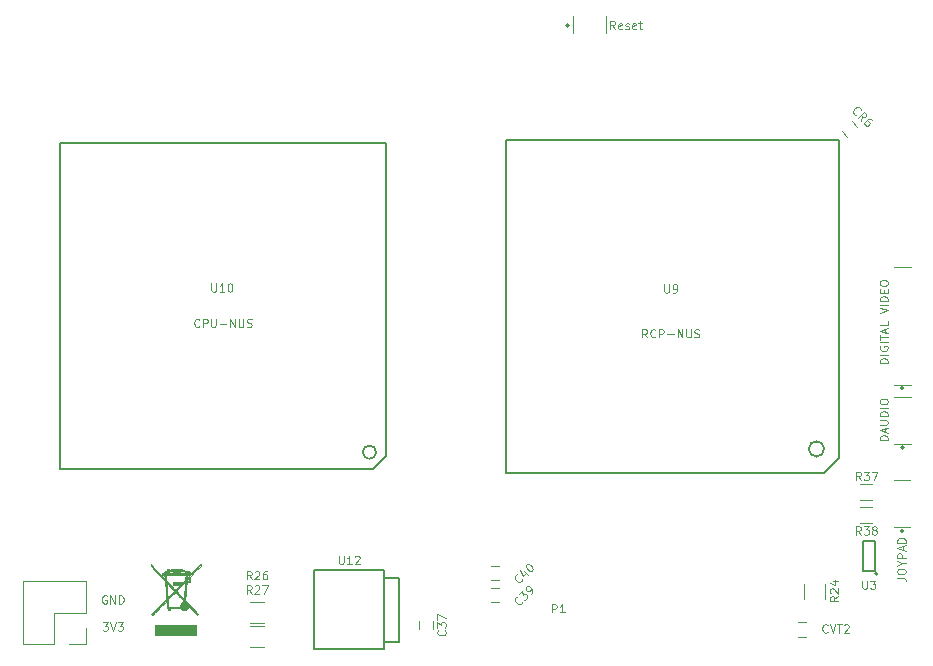
<source format=gto>
G04 #@! TF.FileFunction,Legend,Top*
%FSLAX46Y46*%
G04 Gerber Fmt 4.6, Leading zero omitted, Abs format (unit mm)*
G04 Created by KiCad (PCBNEW 4.0.6) date Sun Sep 10 22:55:25 2017*
%MOMM*%
%LPD*%
G01*
G04 APERTURE LIST*
%ADD10C,0.100000*%
%ADD11C,0.120000*%
%ADD12C,0.150000*%
%ADD13C,0.127000*%
%ADD14C,0.010000*%
G04 APERTURE END LIST*
D10*
X33847667Y-73867000D02*
X33781001Y-73833667D01*
X33681001Y-73833667D01*
X33581001Y-73867000D01*
X33514334Y-73933667D01*
X33481001Y-74000333D01*
X33447667Y-74133667D01*
X33447667Y-74233667D01*
X33481001Y-74367000D01*
X33514334Y-74433667D01*
X33581001Y-74500333D01*
X33681001Y-74533667D01*
X33747667Y-74533667D01*
X33847667Y-74500333D01*
X33881001Y-74467000D01*
X33881001Y-74233667D01*
X33747667Y-74233667D01*
X34181001Y-74533667D02*
X34181001Y-73833667D01*
X34581001Y-74533667D01*
X34581001Y-73833667D01*
X34914334Y-74533667D02*
X34914334Y-73833667D01*
X35081000Y-73833667D01*
X35181000Y-73867000D01*
X35247667Y-73933667D01*
X35281000Y-74000333D01*
X35314334Y-74133667D01*
X35314334Y-74233667D01*
X35281000Y-74367000D01*
X35247667Y-74433667D01*
X35181000Y-74500333D01*
X35081000Y-74533667D01*
X34914334Y-74533667D01*
X33514333Y-76133667D02*
X33947666Y-76133667D01*
X33714333Y-76400333D01*
X33814333Y-76400333D01*
X33881000Y-76433667D01*
X33914333Y-76467000D01*
X33947666Y-76533667D01*
X33947666Y-76700333D01*
X33914333Y-76767000D01*
X33881000Y-76800333D01*
X33814333Y-76833667D01*
X33614333Y-76833667D01*
X33547666Y-76800333D01*
X33514333Y-76767000D01*
X34147667Y-76133667D02*
X34381000Y-76833667D01*
X34614333Y-76133667D01*
X34781000Y-76133667D02*
X35214333Y-76133667D01*
X34981000Y-76400333D01*
X35081000Y-76400333D01*
X35147667Y-76433667D01*
X35181000Y-76467000D01*
X35214333Y-76533667D01*
X35214333Y-76700333D01*
X35181000Y-76767000D01*
X35147667Y-76800333D01*
X35081000Y-76833667D01*
X34881000Y-76833667D01*
X34814333Y-76800333D01*
X34781000Y-76767000D01*
D11*
X67071000Y-74397000D02*
X66371000Y-74397000D01*
X66371000Y-73197000D02*
X67071000Y-73197000D01*
X67071000Y-72517000D02*
X66371000Y-72517000D01*
X66371000Y-71317000D02*
X67071000Y-71317000D01*
X96926777Y-33678249D02*
X97421751Y-34173223D01*
X96573223Y-35021751D02*
X96078249Y-34526777D01*
X92350000Y-76125000D02*
X93050000Y-76125000D01*
X93050000Y-77325000D02*
X92350000Y-77325000D01*
X94681000Y-72907000D02*
X94681000Y-74107000D01*
X92921000Y-74107000D02*
X92921000Y-72907000D01*
X97650000Y-64420000D02*
X98650000Y-64420000D01*
X98650000Y-65780000D02*
X97650000Y-65780000D01*
X97650000Y-66320000D02*
X98650000Y-66320000D01*
X98650000Y-67680000D02*
X97650000Y-67680000D01*
D12*
X72988000Y-25577000D02*
G75*
G03X72988000Y-25577000I-127000J0D01*
G01*
D11*
X76163000Y-26212000D02*
X76163000Y-24815000D01*
X73369000Y-26212000D02*
X73369000Y-24815000D01*
D12*
X95826000Y-62171400D02*
X94556000Y-63441400D01*
X67682800Y-35298200D02*
X67682800Y-63441400D01*
X95826000Y-62171400D02*
X95826000Y-35298200D01*
X95826000Y-35298200D02*
X67682800Y-35298200D01*
X67682800Y-63441400D02*
X94556000Y-63441400D01*
X94606798Y-61432156D02*
G75*
G03X94606798Y-61432156I-650000J0D01*
G01*
X57500000Y-35500000D02*
X57500000Y-62000000D01*
X57500000Y-35500000D02*
X29900000Y-35500000D01*
X29900000Y-63100000D02*
X29900000Y-35500000D01*
X56400000Y-63100000D02*
X29900000Y-63100000D01*
X56676588Y-61713011D02*
G75*
G03X56676588Y-61713011I-565685J0D01*
G01*
X57500000Y-62000000D02*
X56400000Y-63100000D01*
X99134793Y-72011000D02*
G75*
G03X99134793Y-72011000I-108793J0D01*
G01*
X97883000Y-71757000D02*
X97883000Y-69217000D01*
X97883000Y-69217000D02*
X98899000Y-69217000D01*
X98899000Y-69217000D02*
X98899000Y-71757000D01*
X98899000Y-71757000D02*
X97883000Y-71757000D01*
X101327000Y-68350000D02*
G75*
G03X101327000Y-68350000I-127000J0D01*
G01*
D11*
X101900000Y-64050000D02*
X100503000Y-64050000D01*
X101900000Y-68050000D02*
X100503000Y-68050000D01*
X47209000Y-76191000D02*
X46009000Y-76191000D01*
X46009000Y-74431000D02*
X47209000Y-74431000D01*
X46009000Y-76463000D02*
X47209000Y-76463000D01*
X47209000Y-78223000D02*
X46009000Y-78223000D01*
D13*
X57391300Y-72351900D02*
X58585100Y-72351900D01*
X58585100Y-72351900D02*
X58585100Y-77762100D01*
X58585100Y-77762100D02*
X57378600Y-77762100D01*
X51384200Y-78409800D02*
X57378600Y-78409800D01*
X57378600Y-78409800D02*
X57378600Y-71704200D01*
X57378600Y-71704200D02*
X51384200Y-71704200D01*
X51384200Y-78409800D02*
X51384200Y-71704200D01*
D11*
X32090000Y-75310000D02*
X32090000Y-72650000D01*
X32090000Y-72650000D02*
X26770000Y-72650000D01*
X26770000Y-72650000D02*
X26770000Y-77970000D01*
X26770000Y-77970000D02*
X29430000Y-77970000D01*
X29430000Y-77970000D02*
X29430000Y-75310000D01*
X29430000Y-75310000D02*
X32090000Y-75310000D01*
X32090000Y-76580000D02*
X32090000Y-77970000D01*
X32090000Y-77970000D02*
X30700000Y-77970000D01*
X60310000Y-76719000D02*
X60310000Y-76019000D01*
X61510000Y-76019000D02*
X61510000Y-76719000D01*
D12*
X101346000Y-56299000D02*
G75*
G03X101346000Y-56299000I-127000J0D01*
G01*
D11*
X101919000Y-45999000D02*
X100522000Y-45999000D01*
X101919000Y-55999000D02*
X100522000Y-55999000D01*
D12*
X101346000Y-61331000D02*
G75*
G03X101346000Y-61331000I-127000J0D01*
G01*
D11*
X101919000Y-57031000D02*
X100522000Y-57031000D01*
X101919000Y-61031000D02*
X100522000Y-61031000D01*
D14*
G36*
X41447822Y-77217822D02*
X37927029Y-77217822D01*
X37927029Y-76350198D01*
X41447822Y-76350198D01*
X41447822Y-77217822D01*
X41447822Y-77217822D01*
G37*
X41447822Y-77217822D02*
X37927029Y-77217822D01*
X37927029Y-76350198D01*
X41447822Y-76350198D01*
X41447822Y-77217822D01*
G36*
X41824430Y-71264848D02*
X41823811Y-71351931D01*
X41372086Y-71810891D01*
X40920361Y-72269852D01*
X40920032Y-72480471D01*
X40919703Y-72691089D01*
X40644610Y-72691089D01*
X40637522Y-72744530D01*
X40634838Y-72768888D01*
X40630313Y-72814759D01*
X40624191Y-72879405D01*
X40616712Y-72960091D01*
X40608119Y-73054081D01*
X40598654Y-73158637D01*
X40588558Y-73271025D01*
X40578074Y-73388507D01*
X40567444Y-73508348D01*
X40556909Y-73627811D01*
X40546713Y-73744159D01*
X40537095Y-73854657D01*
X40528300Y-73956569D01*
X40520568Y-74047158D01*
X40514142Y-74123687D01*
X40509263Y-74183421D01*
X40506175Y-74223624D01*
X40505117Y-74241559D01*
X40505118Y-74241644D01*
X40512827Y-74256035D01*
X40535981Y-74285748D01*
X40574895Y-74331131D01*
X40629884Y-74392529D01*
X40701264Y-74470288D01*
X40789349Y-74564754D01*
X40894454Y-74676272D01*
X41016895Y-74805188D01*
X41051310Y-74841287D01*
X41597137Y-75413416D01*
X41508881Y-75501436D01*
X41437485Y-75423758D01*
X41411366Y-75395686D01*
X41370566Y-75352274D01*
X41317777Y-75296366D01*
X41255691Y-75230808D01*
X41187000Y-75158441D01*
X41114396Y-75082112D01*
X41070960Y-75036524D01*
X40989416Y-74951119D01*
X40923504Y-74882710D01*
X40871544Y-74830053D01*
X40831855Y-74791905D01*
X40802757Y-74767020D01*
X40782569Y-74754156D01*
X40769610Y-74752068D01*
X40762200Y-74759513D01*
X40758658Y-74775246D01*
X40757303Y-74798023D01*
X40757121Y-74804239D01*
X40747703Y-74847061D01*
X40724497Y-74898819D01*
X40692136Y-74951328D01*
X40655252Y-74996403D01*
X40640493Y-75010328D01*
X40564767Y-75059047D01*
X40476308Y-75086306D01*
X40398100Y-75092773D01*
X40309468Y-75080576D01*
X40227612Y-75044813D01*
X40155164Y-74986722D01*
X40141797Y-74972262D01*
X40092918Y-74916733D01*
X39247326Y-74916733D01*
X39247326Y-75092773D01*
X39020990Y-75092773D01*
X39020990Y-75010531D01*
X39018150Y-74954386D01*
X39008607Y-74915416D01*
X38997009Y-74894219D01*
X38988723Y-74879052D01*
X38981627Y-74857062D01*
X38975252Y-74824987D01*
X38969128Y-74779569D01*
X38962784Y-74717548D01*
X38955750Y-74635662D01*
X38950934Y-74574746D01*
X38928839Y-74289343D01*
X38386435Y-74838805D01*
X38288363Y-74938228D01*
X38194216Y-75033815D01*
X38105715Y-75123810D01*
X38024580Y-75206457D01*
X37952531Y-75280001D01*
X37891288Y-75342684D01*
X37842573Y-75392752D01*
X37808104Y-75428448D01*
X37789621Y-75447995D01*
X37759257Y-75478944D01*
X37733929Y-75500530D01*
X37720305Y-75507723D01*
X37702905Y-75499297D01*
X37677540Y-75478245D01*
X37668942Y-75469671D01*
X37632486Y-75431620D01*
X37833198Y-75227658D01*
X37884404Y-75175699D01*
X37950431Y-75108820D01*
X38028382Y-75029950D01*
X38115362Y-74942014D01*
X38208474Y-74847941D01*
X38304821Y-74750658D01*
X38401508Y-74653093D01*
X38470866Y-74583145D01*
X38576297Y-74476550D01*
X38664871Y-74386307D01*
X38737719Y-74311192D01*
X38795977Y-74249986D01*
X38840775Y-74201466D01*
X38862979Y-74176129D01*
X39041276Y-74176129D01*
X39063599Y-74461555D01*
X39070331Y-74545219D01*
X39076843Y-74621727D01*
X39082766Y-74687081D01*
X39087732Y-74737281D01*
X39091371Y-74768329D01*
X39092542Y-74775273D01*
X39099162Y-74803565D01*
X40048636Y-74803565D01*
X40054974Y-74724606D01*
X40074110Y-74631315D01*
X40114154Y-74548791D01*
X40172582Y-74480038D01*
X40246871Y-74428063D01*
X40330252Y-74396863D01*
X40357302Y-74382228D01*
X40370844Y-74350819D01*
X40371128Y-74349434D01*
X40372753Y-74336174D01*
X40370744Y-74322595D01*
X40363142Y-74306181D01*
X40347984Y-74284411D01*
X40323312Y-74254767D01*
X40287164Y-74214732D01*
X40237580Y-74161785D01*
X40172599Y-74093409D01*
X40168401Y-74089005D01*
X40098507Y-74015611D01*
X40024200Y-73937437D01*
X39950586Y-73859864D01*
X39882771Y-73788275D01*
X39825860Y-73728051D01*
X39813168Y-73714587D01*
X39764513Y-73663820D01*
X39721291Y-73620375D01*
X39686605Y-73587241D01*
X39663556Y-73567405D01*
X39655818Y-73563046D01*
X39644278Y-73572170D01*
X39617290Y-73597200D01*
X39576979Y-73636052D01*
X39525471Y-73686643D01*
X39464891Y-73746888D01*
X39397364Y-73814704D01*
X39342174Y-73870565D01*
X39041276Y-74176129D01*
X38862979Y-74176129D01*
X38873249Y-74164411D01*
X38894529Y-74137599D01*
X38905749Y-74119808D01*
X38908246Y-74111570D01*
X38907300Y-74093590D01*
X38904427Y-74052892D01*
X38899813Y-73991819D01*
X38893642Y-73912713D01*
X38886102Y-73817914D01*
X38877379Y-73709767D01*
X38867657Y-73590612D01*
X38857124Y-73462791D01*
X38848635Y-73360635D01*
X38800604Y-72784674D01*
X38924195Y-72784674D01*
X38924727Y-72797104D01*
X38927231Y-72832110D01*
X38931504Y-72887215D01*
X38937347Y-72959943D01*
X38944557Y-73047814D01*
X38952934Y-73148351D01*
X38962277Y-73259077D01*
X38971242Y-73364205D01*
X38981398Y-73483483D01*
X38990858Y-73596080D01*
X38999404Y-73699305D01*
X39006821Y-73790473D01*
X39012892Y-73866895D01*
X39017399Y-73925883D01*
X39020127Y-73964749D01*
X39020884Y-73979844D01*
X39022065Y-73989238D01*
X39026744Y-73992966D01*
X39036724Y-73989471D01*
X39053810Y-73977199D01*
X39079804Y-73954594D01*
X39116510Y-73920100D01*
X39165733Y-73872162D01*
X39229274Y-73809224D01*
X39296695Y-73741968D01*
X39572399Y-73466477D01*
X39570467Y-73464406D01*
X39752710Y-73464406D01*
X39761016Y-73475780D01*
X39784267Y-73502563D01*
X39820135Y-73542292D01*
X39866287Y-73592507D01*
X39920394Y-73650746D01*
X39980126Y-73714547D01*
X40043152Y-73781449D01*
X40107142Y-73848990D01*
X40169764Y-73914710D01*
X40228690Y-73976146D01*
X40281588Y-74030837D01*
X40326128Y-74076322D01*
X40359980Y-74110138D01*
X40380812Y-74129826D01*
X40386494Y-74133837D01*
X40388366Y-74120891D01*
X40392254Y-74085134D01*
X40397943Y-74028804D01*
X40405219Y-73954140D01*
X40413869Y-73863380D01*
X40423678Y-73758762D01*
X40434434Y-73642526D01*
X40445921Y-73516908D01*
X40455093Y-73415618D01*
X40466826Y-73284279D01*
X40477665Y-73160552D01*
X40487430Y-73046681D01*
X40495937Y-72944911D01*
X40503005Y-72857487D01*
X40508451Y-72786653D01*
X40512092Y-72734653D01*
X40513747Y-72703732D01*
X40513558Y-72695703D01*
X40503666Y-72702854D01*
X40478476Y-72725841D01*
X40440190Y-72762439D01*
X40391011Y-72810422D01*
X40333139Y-72867566D01*
X40268778Y-72931647D01*
X40200129Y-73000438D01*
X40129395Y-73071716D01*
X40058778Y-73143255D01*
X39990480Y-73212830D01*
X39926704Y-73278217D01*
X39869650Y-73337191D01*
X39821522Y-73387527D01*
X39784522Y-73426999D01*
X39760852Y-73453383D01*
X39752710Y-73464406D01*
X39570467Y-73464406D01*
X39469591Y-73356295D01*
X39417232Y-73300377D01*
X39358465Y-73237948D01*
X39295615Y-73171443D01*
X39231005Y-73103298D01*
X39166958Y-73035948D01*
X39105797Y-72971828D01*
X39049847Y-72913372D01*
X39001430Y-72863018D01*
X38962870Y-72823198D01*
X38936491Y-72796350D01*
X38924616Y-72784908D01*
X38924195Y-72784674D01*
X38800604Y-72784674D01*
X38788599Y-72640726D01*
X38188062Y-72009158D01*
X37587525Y-71377589D01*
X37587966Y-71289315D01*
X37588408Y-71201040D01*
X37685417Y-71304666D01*
X37739709Y-71362463D01*
X37803808Y-71430368D01*
X37875984Y-71506572D01*
X37954508Y-71589269D01*
X38037651Y-71676653D01*
X38123681Y-71766915D01*
X38210870Y-71858250D01*
X38297487Y-71948849D01*
X38381803Y-72036907D01*
X38462088Y-72120615D01*
X38536613Y-72198167D01*
X38603646Y-72267757D01*
X38661459Y-72327576D01*
X38708321Y-72375818D01*
X38742504Y-72410676D01*
X38762276Y-72430343D01*
X38766610Y-72434116D01*
X38766908Y-72420992D01*
X38765269Y-72387389D01*
X38761977Y-72337880D01*
X38757318Y-72277037D01*
X38755318Y-72252732D01*
X38740423Y-72074951D01*
X38857045Y-72074951D01*
X38863066Y-72103243D01*
X38866137Y-72125618D01*
X38870452Y-72167717D01*
X38875512Y-72224178D01*
X38880819Y-72289635D01*
X38882656Y-72313862D01*
X38888073Y-72383421D01*
X38893541Y-72448018D01*
X38898512Y-72501548D01*
X38902439Y-72537910D01*
X38903325Y-72544509D01*
X38906666Y-72558056D01*
X38913899Y-72573914D01*
X38926560Y-72593861D01*
X38946189Y-72619673D01*
X38974322Y-72653129D01*
X39012498Y-72696007D01*
X39062254Y-72750083D01*
X39125129Y-72817136D01*
X39202659Y-72898943D01*
X39281749Y-72981950D01*
X39360436Y-73064094D01*
X39433888Y-73140169D01*
X39500276Y-73208325D01*
X39557773Y-73266712D01*
X39604549Y-73313481D01*
X39638776Y-73346782D01*
X39658627Y-73364767D01*
X39662860Y-73367442D01*
X39673997Y-73357741D01*
X39700029Y-73332441D01*
X39738430Y-73294082D01*
X39786672Y-73245200D01*
X39842230Y-73188334D01*
X39882408Y-73146906D01*
X40092169Y-72930000D01*
X39473663Y-72930000D01*
X39473663Y-72691089D01*
X40228119Y-72691089D01*
X40228119Y-72797542D01*
X40366435Y-72659654D01*
X40464553Y-72561840D01*
X40655643Y-72561840D01*
X40657471Y-72577270D01*
X40666723Y-72585867D01*
X40689050Y-72589613D01*
X40730105Y-72590489D01*
X40737376Y-72590495D01*
X40819109Y-72590495D01*
X40819109Y-72371172D01*
X40737376Y-72452179D01*
X40691270Y-72501428D01*
X40663694Y-72539159D01*
X40655643Y-72561840D01*
X40464553Y-72561840D01*
X40504752Y-72521766D01*
X40504752Y-72398952D01*
X40505137Y-72342450D01*
X40506900Y-72306505D01*
X40510950Y-72286530D01*
X40518199Y-72277937D01*
X40529130Y-72276139D01*
X40541288Y-72273498D01*
X40550273Y-72262912D01*
X40557174Y-72240381D01*
X40563076Y-72201909D01*
X40569065Y-72143498D01*
X40570987Y-72122104D01*
X40575148Y-72074951D01*
X38857045Y-72074951D01*
X38740423Y-72074951D01*
X38580891Y-72074951D01*
X38580891Y-71961782D01*
X38648686Y-71961782D01*
X38688338Y-71960696D01*
X38709884Y-71955454D01*
X38712520Y-71952334D01*
X38851384Y-71952334D01*
X38858692Y-71959462D01*
X38884007Y-71961662D01*
X38901092Y-71961782D01*
X38958119Y-71961782D01*
X39170779Y-71961782D01*
X40585302Y-71961782D01*
X40537458Y-71912786D01*
X40463150Y-71852324D01*
X40371184Y-71805691D01*
X40260002Y-71772249D01*
X40149529Y-71753753D01*
X40077227Y-71745122D01*
X40077227Y-71836040D01*
X39498812Y-71836040D01*
X39498812Y-71732893D01*
X39413935Y-71741496D01*
X39354632Y-71748756D01*
X39291449Y-71758379D01*
X39253614Y-71765252D01*
X39178168Y-71780407D01*
X39174474Y-71871095D01*
X39170779Y-71961782D01*
X38958119Y-71961782D01*
X38958119Y-71911485D01*
X38956456Y-71879976D01*
X38952303Y-71862463D01*
X38950629Y-71861188D01*
X38932013Y-71869254D01*
X38904817Y-71888820D01*
X38877552Y-71912944D01*
X38858733Y-71934682D01*
X38857057Y-71937508D01*
X38851384Y-71952334D01*
X38712520Y-71952334D01*
X38720338Y-71943081D01*
X38724558Y-71929604D01*
X38741781Y-71894627D01*
X38774862Y-71852579D01*
X38818107Y-71809356D01*
X38865826Y-71770854D01*
X38897170Y-71750801D01*
X38932877Y-71728851D01*
X38951181Y-71710411D01*
X38957612Y-71688668D01*
X38958106Y-71675718D01*
X38958106Y-71672575D01*
X39599406Y-71672575D01*
X39599406Y-71735446D01*
X39976633Y-71735446D01*
X39976633Y-71672575D01*
X39599406Y-71672575D01*
X38958106Y-71672575D01*
X38958119Y-71634852D01*
X39063952Y-71634852D01*
X39112645Y-71636029D01*
X39150595Y-71639165D01*
X39171692Y-71643671D01*
X39173977Y-71645495D01*
X39187359Y-71648295D01*
X39219926Y-71647148D01*
X39266084Y-71642393D01*
X39297624Y-71638003D01*
X39354812Y-71629378D01*
X39407114Y-71621591D01*
X39446418Y-71615847D01*
X39457945Y-71614215D01*
X39488063Y-71604888D01*
X39498812Y-71590272D01*
X39502080Y-71584320D01*
X39513770Y-71579778D01*
X39536712Y-71576470D01*
X39573735Y-71574215D01*
X39627668Y-71572834D01*
X39701340Y-71572150D01*
X39788020Y-71571980D01*
X39880529Y-71572077D01*
X39950906Y-71572530D01*
X40002164Y-71573590D01*
X40037320Y-71575503D01*
X40059389Y-71578519D01*
X40071385Y-71582885D01*
X40076324Y-71588849D01*
X40077227Y-71595784D01*
X40084921Y-71617795D01*
X40110121Y-71630321D01*
X40156009Y-71634788D01*
X40164264Y-71634852D01*
X40241973Y-71642868D01*
X40330233Y-71664936D01*
X40421085Y-71698084D01*
X40506570Y-71739339D01*
X40578726Y-71785731D01*
X40588072Y-71793082D01*
X40618533Y-71816998D01*
X40636572Y-71826576D01*
X40649169Y-71823480D01*
X40662100Y-71810704D01*
X40700293Y-71785678D01*
X40749998Y-71776071D01*
X40803524Y-71781067D01*
X40853178Y-71799851D01*
X40891267Y-71831606D01*
X40894025Y-71835297D01*
X40922526Y-71894575D01*
X40927828Y-71955934D01*
X40910518Y-72014427D01*
X40871180Y-72065104D01*
X40866370Y-72069289D01*
X40838440Y-72089167D01*
X40810102Y-72097921D01*
X40770263Y-72098553D01*
X40760311Y-72097992D01*
X40721332Y-72096562D01*
X40701254Y-72099839D01*
X40693985Y-72109728D01*
X40693240Y-72118961D01*
X40691716Y-72145744D01*
X40687935Y-72186025D01*
X40685218Y-72210124D01*
X40681277Y-72248401D01*
X40682916Y-72267996D01*
X40692421Y-72275158D01*
X40709351Y-72276139D01*
X40719392Y-72272901D01*
X40735590Y-72262420D01*
X40759145Y-72243548D01*
X40791257Y-72215135D01*
X40833128Y-72176035D01*
X40885957Y-72125097D01*
X40950945Y-72061173D01*
X41029291Y-71983114D01*
X41122197Y-71889772D01*
X41230863Y-71779998D01*
X41283231Y-71726952D01*
X41825049Y-71177767D01*
X41824430Y-71264848D01*
X41824430Y-71264848D01*
G37*
X41824430Y-71264848D02*
X41823811Y-71351931D01*
X41372086Y-71810891D01*
X40920361Y-72269852D01*
X40920032Y-72480471D01*
X40919703Y-72691089D01*
X40644610Y-72691089D01*
X40637522Y-72744530D01*
X40634838Y-72768888D01*
X40630313Y-72814759D01*
X40624191Y-72879405D01*
X40616712Y-72960091D01*
X40608119Y-73054081D01*
X40598654Y-73158637D01*
X40588558Y-73271025D01*
X40578074Y-73388507D01*
X40567444Y-73508348D01*
X40556909Y-73627811D01*
X40546713Y-73744159D01*
X40537095Y-73854657D01*
X40528300Y-73956569D01*
X40520568Y-74047158D01*
X40514142Y-74123687D01*
X40509263Y-74183421D01*
X40506175Y-74223624D01*
X40505117Y-74241559D01*
X40505118Y-74241644D01*
X40512827Y-74256035D01*
X40535981Y-74285748D01*
X40574895Y-74331131D01*
X40629884Y-74392529D01*
X40701264Y-74470288D01*
X40789349Y-74564754D01*
X40894454Y-74676272D01*
X41016895Y-74805188D01*
X41051310Y-74841287D01*
X41597137Y-75413416D01*
X41508881Y-75501436D01*
X41437485Y-75423758D01*
X41411366Y-75395686D01*
X41370566Y-75352274D01*
X41317777Y-75296366D01*
X41255691Y-75230808D01*
X41187000Y-75158441D01*
X41114396Y-75082112D01*
X41070960Y-75036524D01*
X40989416Y-74951119D01*
X40923504Y-74882710D01*
X40871544Y-74830053D01*
X40831855Y-74791905D01*
X40802757Y-74767020D01*
X40782569Y-74754156D01*
X40769610Y-74752068D01*
X40762200Y-74759513D01*
X40758658Y-74775246D01*
X40757303Y-74798023D01*
X40757121Y-74804239D01*
X40747703Y-74847061D01*
X40724497Y-74898819D01*
X40692136Y-74951328D01*
X40655252Y-74996403D01*
X40640493Y-75010328D01*
X40564767Y-75059047D01*
X40476308Y-75086306D01*
X40398100Y-75092773D01*
X40309468Y-75080576D01*
X40227612Y-75044813D01*
X40155164Y-74986722D01*
X40141797Y-74972262D01*
X40092918Y-74916733D01*
X39247326Y-74916733D01*
X39247326Y-75092773D01*
X39020990Y-75092773D01*
X39020990Y-75010531D01*
X39018150Y-74954386D01*
X39008607Y-74915416D01*
X38997009Y-74894219D01*
X38988723Y-74879052D01*
X38981627Y-74857062D01*
X38975252Y-74824987D01*
X38969128Y-74779569D01*
X38962784Y-74717548D01*
X38955750Y-74635662D01*
X38950934Y-74574746D01*
X38928839Y-74289343D01*
X38386435Y-74838805D01*
X38288363Y-74938228D01*
X38194216Y-75033815D01*
X38105715Y-75123810D01*
X38024580Y-75206457D01*
X37952531Y-75280001D01*
X37891288Y-75342684D01*
X37842573Y-75392752D01*
X37808104Y-75428448D01*
X37789621Y-75447995D01*
X37759257Y-75478944D01*
X37733929Y-75500530D01*
X37720305Y-75507723D01*
X37702905Y-75499297D01*
X37677540Y-75478245D01*
X37668942Y-75469671D01*
X37632486Y-75431620D01*
X37833198Y-75227658D01*
X37884404Y-75175699D01*
X37950431Y-75108820D01*
X38028382Y-75029950D01*
X38115362Y-74942014D01*
X38208474Y-74847941D01*
X38304821Y-74750658D01*
X38401508Y-74653093D01*
X38470866Y-74583145D01*
X38576297Y-74476550D01*
X38664871Y-74386307D01*
X38737719Y-74311192D01*
X38795977Y-74249986D01*
X38840775Y-74201466D01*
X38862979Y-74176129D01*
X39041276Y-74176129D01*
X39063599Y-74461555D01*
X39070331Y-74545219D01*
X39076843Y-74621727D01*
X39082766Y-74687081D01*
X39087732Y-74737281D01*
X39091371Y-74768329D01*
X39092542Y-74775273D01*
X39099162Y-74803565D01*
X40048636Y-74803565D01*
X40054974Y-74724606D01*
X40074110Y-74631315D01*
X40114154Y-74548791D01*
X40172582Y-74480038D01*
X40246871Y-74428063D01*
X40330252Y-74396863D01*
X40357302Y-74382228D01*
X40370844Y-74350819D01*
X40371128Y-74349434D01*
X40372753Y-74336174D01*
X40370744Y-74322595D01*
X40363142Y-74306181D01*
X40347984Y-74284411D01*
X40323312Y-74254767D01*
X40287164Y-74214732D01*
X40237580Y-74161785D01*
X40172599Y-74093409D01*
X40168401Y-74089005D01*
X40098507Y-74015611D01*
X40024200Y-73937437D01*
X39950586Y-73859864D01*
X39882771Y-73788275D01*
X39825860Y-73728051D01*
X39813168Y-73714587D01*
X39764513Y-73663820D01*
X39721291Y-73620375D01*
X39686605Y-73587241D01*
X39663556Y-73567405D01*
X39655818Y-73563046D01*
X39644278Y-73572170D01*
X39617290Y-73597200D01*
X39576979Y-73636052D01*
X39525471Y-73686643D01*
X39464891Y-73746888D01*
X39397364Y-73814704D01*
X39342174Y-73870565D01*
X39041276Y-74176129D01*
X38862979Y-74176129D01*
X38873249Y-74164411D01*
X38894529Y-74137599D01*
X38905749Y-74119808D01*
X38908246Y-74111570D01*
X38907300Y-74093590D01*
X38904427Y-74052892D01*
X38899813Y-73991819D01*
X38893642Y-73912713D01*
X38886102Y-73817914D01*
X38877379Y-73709767D01*
X38867657Y-73590612D01*
X38857124Y-73462791D01*
X38848635Y-73360635D01*
X38800604Y-72784674D01*
X38924195Y-72784674D01*
X38924727Y-72797104D01*
X38927231Y-72832110D01*
X38931504Y-72887215D01*
X38937347Y-72959943D01*
X38944557Y-73047814D01*
X38952934Y-73148351D01*
X38962277Y-73259077D01*
X38971242Y-73364205D01*
X38981398Y-73483483D01*
X38990858Y-73596080D01*
X38999404Y-73699305D01*
X39006821Y-73790473D01*
X39012892Y-73866895D01*
X39017399Y-73925883D01*
X39020127Y-73964749D01*
X39020884Y-73979844D01*
X39022065Y-73989238D01*
X39026744Y-73992966D01*
X39036724Y-73989471D01*
X39053810Y-73977199D01*
X39079804Y-73954594D01*
X39116510Y-73920100D01*
X39165733Y-73872162D01*
X39229274Y-73809224D01*
X39296695Y-73741968D01*
X39572399Y-73466477D01*
X39570467Y-73464406D01*
X39752710Y-73464406D01*
X39761016Y-73475780D01*
X39784267Y-73502563D01*
X39820135Y-73542292D01*
X39866287Y-73592507D01*
X39920394Y-73650746D01*
X39980126Y-73714547D01*
X40043152Y-73781449D01*
X40107142Y-73848990D01*
X40169764Y-73914710D01*
X40228690Y-73976146D01*
X40281588Y-74030837D01*
X40326128Y-74076322D01*
X40359980Y-74110138D01*
X40380812Y-74129826D01*
X40386494Y-74133837D01*
X40388366Y-74120891D01*
X40392254Y-74085134D01*
X40397943Y-74028804D01*
X40405219Y-73954140D01*
X40413869Y-73863380D01*
X40423678Y-73758762D01*
X40434434Y-73642526D01*
X40445921Y-73516908D01*
X40455093Y-73415618D01*
X40466826Y-73284279D01*
X40477665Y-73160552D01*
X40487430Y-73046681D01*
X40495937Y-72944911D01*
X40503005Y-72857487D01*
X40508451Y-72786653D01*
X40512092Y-72734653D01*
X40513747Y-72703732D01*
X40513558Y-72695703D01*
X40503666Y-72702854D01*
X40478476Y-72725841D01*
X40440190Y-72762439D01*
X40391011Y-72810422D01*
X40333139Y-72867566D01*
X40268778Y-72931647D01*
X40200129Y-73000438D01*
X40129395Y-73071716D01*
X40058778Y-73143255D01*
X39990480Y-73212830D01*
X39926704Y-73278217D01*
X39869650Y-73337191D01*
X39821522Y-73387527D01*
X39784522Y-73426999D01*
X39760852Y-73453383D01*
X39752710Y-73464406D01*
X39570467Y-73464406D01*
X39469591Y-73356295D01*
X39417232Y-73300377D01*
X39358465Y-73237948D01*
X39295615Y-73171443D01*
X39231005Y-73103298D01*
X39166958Y-73035948D01*
X39105797Y-72971828D01*
X39049847Y-72913372D01*
X39001430Y-72863018D01*
X38962870Y-72823198D01*
X38936491Y-72796350D01*
X38924616Y-72784908D01*
X38924195Y-72784674D01*
X38800604Y-72784674D01*
X38788599Y-72640726D01*
X38188062Y-72009158D01*
X37587525Y-71377589D01*
X37587966Y-71289315D01*
X37588408Y-71201040D01*
X37685417Y-71304666D01*
X37739709Y-71362463D01*
X37803808Y-71430368D01*
X37875984Y-71506572D01*
X37954508Y-71589269D01*
X38037651Y-71676653D01*
X38123681Y-71766915D01*
X38210870Y-71858250D01*
X38297487Y-71948849D01*
X38381803Y-72036907D01*
X38462088Y-72120615D01*
X38536613Y-72198167D01*
X38603646Y-72267757D01*
X38661459Y-72327576D01*
X38708321Y-72375818D01*
X38742504Y-72410676D01*
X38762276Y-72430343D01*
X38766610Y-72434116D01*
X38766908Y-72420992D01*
X38765269Y-72387389D01*
X38761977Y-72337880D01*
X38757318Y-72277037D01*
X38755318Y-72252732D01*
X38740423Y-72074951D01*
X38857045Y-72074951D01*
X38863066Y-72103243D01*
X38866137Y-72125618D01*
X38870452Y-72167717D01*
X38875512Y-72224178D01*
X38880819Y-72289635D01*
X38882656Y-72313862D01*
X38888073Y-72383421D01*
X38893541Y-72448018D01*
X38898512Y-72501548D01*
X38902439Y-72537910D01*
X38903325Y-72544509D01*
X38906666Y-72558056D01*
X38913899Y-72573914D01*
X38926560Y-72593861D01*
X38946189Y-72619673D01*
X38974322Y-72653129D01*
X39012498Y-72696007D01*
X39062254Y-72750083D01*
X39125129Y-72817136D01*
X39202659Y-72898943D01*
X39281749Y-72981950D01*
X39360436Y-73064094D01*
X39433888Y-73140169D01*
X39500276Y-73208325D01*
X39557773Y-73266712D01*
X39604549Y-73313481D01*
X39638776Y-73346782D01*
X39658627Y-73364767D01*
X39662860Y-73367442D01*
X39673997Y-73357741D01*
X39700029Y-73332441D01*
X39738430Y-73294082D01*
X39786672Y-73245200D01*
X39842230Y-73188334D01*
X39882408Y-73146906D01*
X40092169Y-72930000D01*
X39473663Y-72930000D01*
X39473663Y-72691089D01*
X40228119Y-72691089D01*
X40228119Y-72797542D01*
X40366435Y-72659654D01*
X40464553Y-72561840D01*
X40655643Y-72561840D01*
X40657471Y-72577270D01*
X40666723Y-72585867D01*
X40689050Y-72589613D01*
X40730105Y-72590489D01*
X40737376Y-72590495D01*
X40819109Y-72590495D01*
X40819109Y-72371172D01*
X40737376Y-72452179D01*
X40691270Y-72501428D01*
X40663694Y-72539159D01*
X40655643Y-72561840D01*
X40464553Y-72561840D01*
X40504752Y-72521766D01*
X40504752Y-72398952D01*
X40505137Y-72342450D01*
X40506900Y-72306505D01*
X40510950Y-72286530D01*
X40518199Y-72277937D01*
X40529130Y-72276139D01*
X40541288Y-72273498D01*
X40550273Y-72262912D01*
X40557174Y-72240381D01*
X40563076Y-72201909D01*
X40569065Y-72143498D01*
X40570987Y-72122104D01*
X40575148Y-72074951D01*
X38857045Y-72074951D01*
X38740423Y-72074951D01*
X38580891Y-72074951D01*
X38580891Y-71961782D01*
X38648686Y-71961782D01*
X38688338Y-71960696D01*
X38709884Y-71955454D01*
X38712520Y-71952334D01*
X38851384Y-71952334D01*
X38858692Y-71959462D01*
X38884007Y-71961662D01*
X38901092Y-71961782D01*
X38958119Y-71961782D01*
X39170779Y-71961782D01*
X40585302Y-71961782D01*
X40537458Y-71912786D01*
X40463150Y-71852324D01*
X40371184Y-71805691D01*
X40260002Y-71772249D01*
X40149529Y-71753753D01*
X40077227Y-71745122D01*
X40077227Y-71836040D01*
X39498812Y-71836040D01*
X39498812Y-71732893D01*
X39413935Y-71741496D01*
X39354632Y-71748756D01*
X39291449Y-71758379D01*
X39253614Y-71765252D01*
X39178168Y-71780407D01*
X39174474Y-71871095D01*
X39170779Y-71961782D01*
X38958119Y-71961782D01*
X38958119Y-71911485D01*
X38956456Y-71879976D01*
X38952303Y-71862463D01*
X38950629Y-71861188D01*
X38932013Y-71869254D01*
X38904817Y-71888820D01*
X38877552Y-71912944D01*
X38858733Y-71934682D01*
X38857057Y-71937508D01*
X38851384Y-71952334D01*
X38712520Y-71952334D01*
X38720338Y-71943081D01*
X38724558Y-71929604D01*
X38741781Y-71894627D01*
X38774862Y-71852579D01*
X38818107Y-71809356D01*
X38865826Y-71770854D01*
X38897170Y-71750801D01*
X38932877Y-71728851D01*
X38951181Y-71710411D01*
X38957612Y-71688668D01*
X38958106Y-71675718D01*
X38958106Y-71672575D01*
X39599406Y-71672575D01*
X39599406Y-71735446D01*
X39976633Y-71735446D01*
X39976633Y-71672575D01*
X39599406Y-71672575D01*
X38958106Y-71672575D01*
X38958119Y-71634852D01*
X39063952Y-71634852D01*
X39112645Y-71636029D01*
X39150595Y-71639165D01*
X39171692Y-71643671D01*
X39173977Y-71645495D01*
X39187359Y-71648295D01*
X39219926Y-71647148D01*
X39266084Y-71642393D01*
X39297624Y-71638003D01*
X39354812Y-71629378D01*
X39407114Y-71621591D01*
X39446418Y-71615847D01*
X39457945Y-71614215D01*
X39488063Y-71604888D01*
X39498812Y-71590272D01*
X39502080Y-71584320D01*
X39513770Y-71579778D01*
X39536712Y-71576470D01*
X39573735Y-71574215D01*
X39627668Y-71572834D01*
X39701340Y-71572150D01*
X39788020Y-71571980D01*
X39880529Y-71572077D01*
X39950906Y-71572530D01*
X40002164Y-71573590D01*
X40037320Y-71575503D01*
X40059389Y-71578519D01*
X40071385Y-71582885D01*
X40076324Y-71588849D01*
X40077227Y-71595784D01*
X40084921Y-71617795D01*
X40110121Y-71630321D01*
X40156009Y-71634788D01*
X40164264Y-71634852D01*
X40241973Y-71642868D01*
X40330233Y-71664936D01*
X40421085Y-71698084D01*
X40506570Y-71739339D01*
X40578726Y-71785731D01*
X40588072Y-71793082D01*
X40618533Y-71816998D01*
X40636572Y-71826576D01*
X40649169Y-71823480D01*
X40662100Y-71810704D01*
X40700293Y-71785678D01*
X40749998Y-71776071D01*
X40803524Y-71781067D01*
X40853178Y-71799851D01*
X40891267Y-71831606D01*
X40894025Y-71835297D01*
X40922526Y-71894575D01*
X40927828Y-71955934D01*
X40910518Y-72014427D01*
X40871180Y-72065104D01*
X40866370Y-72069289D01*
X40838440Y-72089167D01*
X40810102Y-72097921D01*
X40770263Y-72098553D01*
X40760311Y-72097992D01*
X40721332Y-72096562D01*
X40701254Y-72099839D01*
X40693985Y-72109728D01*
X40693240Y-72118961D01*
X40691716Y-72145744D01*
X40687935Y-72186025D01*
X40685218Y-72210124D01*
X40681277Y-72248401D01*
X40682916Y-72267996D01*
X40692421Y-72275158D01*
X40709351Y-72276139D01*
X40719392Y-72272901D01*
X40735590Y-72262420D01*
X40759145Y-72243548D01*
X40791257Y-72215135D01*
X40833128Y-72176035D01*
X40885957Y-72125097D01*
X40950945Y-72061173D01*
X41029291Y-71983114D01*
X41122197Y-71889772D01*
X41230863Y-71779998D01*
X41283231Y-71726952D01*
X41825049Y-71177767D01*
X41824430Y-71264848D01*
D10*
X69039579Y-74361975D02*
X69039578Y-74409115D01*
X68992438Y-74503397D01*
X68945298Y-74550537D01*
X68851017Y-74597677D01*
X68756736Y-74597677D01*
X68686025Y-74574107D01*
X68568174Y-74503397D01*
X68497463Y-74432686D01*
X68426753Y-74314834D01*
X68403183Y-74244124D01*
X68403183Y-74149843D01*
X68450323Y-74055562D01*
X68497463Y-74008422D01*
X68591744Y-73961281D01*
X68638885Y-73961281D01*
X68756736Y-73749149D02*
X69063149Y-73442737D01*
X69086719Y-73796289D01*
X69157429Y-73725579D01*
X69228141Y-73702009D01*
X69275281Y-73702009D01*
X69345991Y-73725579D01*
X69463842Y-73843430D01*
X69487413Y-73914141D01*
X69487413Y-73961281D01*
X69463843Y-74031992D01*
X69322421Y-74173413D01*
X69251710Y-74196983D01*
X69204570Y-74196983D01*
X69793826Y-73702009D02*
X69888107Y-73607728D01*
X69911677Y-73537017D01*
X69911677Y-73489877D01*
X69888107Y-73372025D01*
X69817396Y-73254175D01*
X69628834Y-73065613D01*
X69558123Y-73042042D01*
X69510983Y-73042042D01*
X69440273Y-73065613D01*
X69345992Y-73159893D01*
X69322421Y-73230604D01*
X69322421Y-73277744D01*
X69345991Y-73348455D01*
X69463843Y-73466307D01*
X69534553Y-73489876D01*
X69581694Y-73489877D01*
X69652405Y-73466306D01*
X69746685Y-73372025D01*
X69770256Y-73301315D01*
X69770255Y-73254174D01*
X69746685Y-73183464D01*
X69039579Y-72461975D02*
X69039578Y-72509115D01*
X68992438Y-72603397D01*
X68945298Y-72650537D01*
X68851017Y-72697677D01*
X68756736Y-72697677D01*
X68686025Y-72674107D01*
X68568174Y-72603397D01*
X68497463Y-72532686D01*
X68426753Y-72414834D01*
X68403183Y-72344124D01*
X68403183Y-72249843D01*
X68450323Y-72155562D01*
X68497463Y-72108422D01*
X68591744Y-72061281D01*
X68638885Y-72061281D01*
X69181000Y-71754868D02*
X69510983Y-72084851D01*
X68874587Y-71684157D02*
X69110289Y-72155562D01*
X69416702Y-71849149D01*
X69369562Y-71236323D02*
X69416703Y-71189183D01*
X69487413Y-71165613D01*
X69534553Y-71165612D01*
X69605264Y-71189183D01*
X69723115Y-71259893D01*
X69840966Y-71377745D01*
X69911677Y-71495595D01*
X69935247Y-71566306D01*
X69935247Y-71613447D01*
X69911677Y-71684157D01*
X69864537Y-71731298D01*
X69793825Y-71754868D01*
X69746685Y-71754868D01*
X69675975Y-71731297D01*
X69558123Y-71660587D01*
X69440272Y-71542736D01*
X69369562Y-71424885D01*
X69345991Y-71354174D01*
X69345991Y-71307034D01*
X69369562Y-71236323D01*
X97303901Y-33136134D02*
X97256760Y-33136133D01*
X97162479Y-33088993D01*
X97115339Y-33041853D01*
X97068199Y-32947572D01*
X97068198Y-32853291D01*
X97091769Y-32782581D01*
X97162479Y-32664729D01*
X97233189Y-32594019D01*
X97351041Y-32523308D01*
X97421751Y-32499738D01*
X97516033Y-32499738D01*
X97610313Y-32546879D01*
X97657453Y-32594019D01*
X97704594Y-32688299D01*
X97704595Y-32735440D01*
X97751735Y-33678249D02*
X97822445Y-33277555D01*
X97468892Y-33395407D02*
X97963867Y-32900432D01*
X98152428Y-33088993D01*
X98175999Y-33159704D01*
X98175999Y-33206844D01*
X98152429Y-33277555D01*
X98081718Y-33348266D01*
X98011007Y-33371836D01*
X97963867Y-33371836D01*
X97893156Y-33348265D01*
X97704595Y-33159704D01*
X98670973Y-33607539D02*
X98576692Y-33513257D01*
X98505982Y-33489687D01*
X98458841Y-33489687D01*
X98340991Y-33513257D01*
X98223139Y-33583968D01*
X98034577Y-33772529D01*
X98011007Y-33843241D01*
X98011007Y-33890381D01*
X98034577Y-33961092D01*
X98128858Y-34055373D01*
X98199569Y-34078943D01*
X98246709Y-34078943D01*
X98317420Y-34055372D01*
X98435271Y-33937521D01*
X98458841Y-33866811D01*
X98458841Y-33819671D01*
X98435271Y-33748959D01*
X98340991Y-33654679D01*
X98270279Y-33631109D01*
X98223139Y-33631109D01*
X98152428Y-33654679D01*
X94897667Y-76917000D02*
X94864333Y-76950333D01*
X94764333Y-76983667D01*
X94697667Y-76983667D01*
X94597667Y-76950333D01*
X94531000Y-76883667D01*
X94497667Y-76817000D01*
X94464333Y-76683667D01*
X94464333Y-76583667D01*
X94497667Y-76450333D01*
X94531000Y-76383667D01*
X94597667Y-76317000D01*
X94697667Y-76283667D01*
X94764333Y-76283667D01*
X94864333Y-76317000D01*
X94897667Y-76350333D01*
X95097667Y-76283667D02*
X95331000Y-76983667D01*
X95564333Y-76283667D01*
X95697667Y-76283667D02*
X96097667Y-76283667D01*
X95897667Y-76983667D02*
X95897667Y-76283667D01*
X96297666Y-76350333D02*
X96331000Y-76317000D01*
X96397666Y-76283667D01*
X96564333Y-76283667D01*
X96631000Y-76317000D01*
X96664333Y-76350333D01*
X96697666Y-76417000D01*
X96697666Y-76483667D01*
X96664333Y-76583667D01*
X96264333Y-76983667D01*
X96697666Y-76983667D01*
X71564334Y-75283667D02*
X71564334Y-74583667D01*
X71831000Y-74583667D01*
X71897667Y-74617000D01*
X71931000Y-74650333D01*
X71964334Y-74717000D01*
X71964334Y-74817000D01*
X71931000Y-74883667D01*
X71897667Y-74917000D01*
X71831000Y-74950333D01*
X71564334Y-74950333D01*
X72631000Y-75283667D02*
X72231000Y-75283667D01*
X72431000Y-75283667D02*
X72431000Y-74583667D01*
X72364334Y-74683667D01*
X72297667Y-74750333D01*
X72231000Y-74783667D01*
X95797667Y-73917000D02*
X95464333Y-74150334D01*
X95797667Y-74317000D02*
X95097667Y-74317000D01*
X95097667Y-74050334D01*
X95131000Y-73983667D01*
X95164333Y-73950334D01*
X95231000Y-73917000D01*
X95331000Y-73917000D01*
X95397667Y-73950334D01*
X95431000Y-73983667D01*
X95464333Y-74050334D01*
X95464333Y-74317000D01*
X95164333Y-73650334D02*
X95131000Y-73617000D01*
X95097667Y-73550334D01*
X95097667Y-73383667D01*
X95131000Y-73317000D01*
X95164333Y-73283667D01*
X95231000Y-73250334D01*
X95297667Y-73250334D01*
X95397667Y-73283667D01*
X95797667Y-73683667D01*
X95797667Y-73250334D01*
X95331000Y-72650333D02*
X95797667Y-72650333D01*
X95064333Y-72817000D02*
X95564333Y-72983667D01*
X95564333Y-72550333D01*
X97731000Y-64083667D02*
X97497666Y-63750333D01*
X97331000Y-64083667D02*
X97331000Y-63383667D01*
X97597666Y-63383667D01*
X97664333Y-63417000D01*
X97697666Y-63450333D01*
X97731000Y-63517000D01*
X97731000Y-63617000D01*
X97697666Y-63683667D01*
X97664333Y-63717000D01*
X97597666Y-63750333D01*
X97331000Y-63750333D01*
X97964333Y-63383667D02*
X98397666Y-63383667D01*
X98164333Y-63650333D01*
X98264333Y-63650333D01*
X98331000Y-63683667D01*
X98364333Y-63717000D01*
X98397666Y-63783667D01*
X98397666Y-63950333D01*
X98364333Y-64017000D01*
X98331000Y-64050333D01*
X98264333Y-64083667D01*
X98064333Y-64083667D01*
X97997666Y-64050333D01*
X97964333Y-64017000D01*
X98631000Y-63383667D02*
X99097667Y-63383667D01*
X98797667Y-64083667D01*
X97731000Y-68683667D02*
X97497666Y-68350333D01*
X97331000Y-68683667D02*
X97331000Y-67983667D01*
X97597666Y-67983667D01*
X97664333Y-68017000D01*
X97697666Y-68050333D01*
X97731000Y-68117000D01*
X97731000Y-68217000D01*
X97697666Y-68283667D01*
X97664333Y-68317000D01*
X97597666Y-68350333D01*
X97331000Y-68350333D01*
X97964333Y-67983667D02*
X98397666Y-67983667D01*
X98164333Y-68250333D01*
X98264333Y-68250333D01*
X98331000Y-68283667D01*
X98364333Y-68317000D01*
X98397666Y-68383667D01*
X98397666Y-68550333D01*
X98364333Y-68617000D01*
X98331000Y-68650333D01*
X98264333Y-68683667D01*
X98064333Y-68683667D01*
X97997666Y-68650333D01*
X97964333Y-68617000D01*
X98797667Y-68283667D02*
X98731000Y-68250333D01*
X98697667Y-68217000D01*
X98664333Y-68150333D01*
X98664333Y-68117000D01*
X98697667Y-68050333D01*
X98731000Y-68017000D01*
X98797667Y-67983667D01*
X98931000Y-67983667D01*
X98997667Y-68017000D01*
X99031000Y-68050333D01*
X99064333Y-68117000D01*
X99064333Y-68150333D01*
X99031000Y-68217000D01*
X98997667Y-68250333D01*
X98931000Y-68283667D01*
X98797667Y-68283667D01*
X98731000Y-68317000D01*
X98697667Y-68350333D01*
X98664333Y-68417000D01*
X98664333Y-68550333D01*
X98697667Y-68617000D01*
X98731000Y-68650333D01*
X98797667Y-68683667D01*
X98931000Y-68683667D01*
X98997667Y-68650333D01*
X99031000Y-68617000D01*
X99064333Y-68550333D01*
X99064333Y-68417000D01*
X99031000Y-68350333D01*
X98997667Y-68317000D01*
X98931000Y-68283667D01*
X76914334Y-25883667D02*
X76681000Y-25550333D01*
X76514334Y-25883667D02*
X76514334Y-25183667D01*
X76781000Y-25183667D01*
X76847667Y-25217000D01*
X76881000Y-25250333D01*
X76914334Y-25317000D01*
X76914334Y-25417000D01*
X76881000Y-25483667D01*
X76847667Y-25517000D01*
X76781000Y-25550333D01*
X76514334Y-25550333D01*
X77481000Y-25850333D02*
X77414334Y-25883667D01*
X77281000Y-25883667D01*
X77214334Y-25850333D01*
X77181000Y-25783667D01*
X77181000Y-25517000D01*
X77214334Y-25450333D01*
X77281000Y-25417000D01*
X77414334Y-25417000D01*
X77481000Y-25450333D01*
X77514334Y-25517000D01*
X77514334Y-25583667D01*
X77181000Y-25650333D01*
X77781000Y-25850333D02*
X77847667Y-25883667D01*
X77981000Y-25883667D01*
X78047667Y-25850333D01*
X78081000Y-25783667D01*
X78081000Y-25750333D01*
X78047667Y-25683667D01*
X77981000Y-25650333D01*
X77881000Y-25650333D01*
X77814334Y-25617000D01*
X77781000Y-25550333D01*
X77781000Y-25517000D01*
X77814334Y-25450333D01*
X77881000Y-25417000D01*
X77981000Y-25417000D01*
X78047667Y-25450333D01*
X78647667Y-25850333D02*
X78581001Y-25883667D01*
X78447667Y-25883667D01*
X78381001Y-25850333D01*
X78347667Y-25783667D01*
X78347667Y-25517000D01*
X78381001Y-25450333D01*
X78447667Y-25417000D01*
X78581001Y-25417000D01*
X78647667Y-25450333D01*
X78681001Y-25517000D01*
X78681001Y-25583667D01*
X78347667Y-25650333D01*
X78881001Y-25417000D02*
X79147667Y-25417000D01*
X78981001Y-25183667D02*
X78981001Y-25783667D01*
X79014334Y-25850333D01*
X79081001Y-25883667D01*
X79147667Y-25883667D01*
X81073465Y-47498823D02*
X81073465Y-48065489D01*
X81106798Y-48132156D01*
X81140131Y-48165489D01*
X81206798Y-48198823D01*
X81340131Y-48198823D01*
X81406798Y-48165489D01*
X81440131Y-48132156D01*
X81473465Y-48065489D01*
X81473465Y-47498823D01*
X81840131Y-48198823D02*
X81973464Y-48198823D01*
X82040131Y-48165489D01*
X82073464Y-48132156D01*
X82140131Y-48032156D01*
X82173464Y-47898823D01*
X82173464Y-47632156D01*
X82140131Y-47565489D01*
X82106798Y-47532156D01*
X82040131Y-47498823D01*
X81906798Y-47498823D01*
X81840131Y-47532156D01*
X81806798Y-47565489D01*
X81773464Y-47632156D01*
X81773464Y-47798823D01*
X81806798Y-47865489D01*
X81840131Y-47898823D01*
X81906798Y-47932156D01*
X82040131Y-47932156D01*
X82106798Y-47898823D01*
X82140131Y-47865489D01*
X82173464Y-47798823D01*
X79623465Y-51998823D02*
X79390131Y-51665489D01*
X79223465Y-51998823D02*
X79223465Y-51298823D01*
X79490131Y-51298823D01*
X79556798Y-51332156D01*
X79590131Y-51365489D01*
X79623465Y-51432156D01*
X79623465Y-51532156D01*
X79590131Y-51598823D01*
X79556798Y-51632156D01*
X79490131Y-51665489D01*
X79223465Y-51665489D01*
X80323465Y-51932156D02*
X80290131Y-51965489D01*
X80190131Y-51998823D01*
X80123465Y-51998823D01*
X80023465Y-51965489D01*
X79956798Y-51898823D01*
X79923465Y-51832156D01*
X79890131Y-51698823D01*
X79890131Y-51598823D01*
X79923465Y-51465489D01*
X79956798Y-51398823D01*
X80023465Y-51332156D01*
X80123465Y-51298823D01*
X80190131Y-51298823D01*
X80290131Y-51332156D01*
X80323465Y-51365489D01*
X80623465Y-51998823D02*
X80623465Y-51298823D01*
X80890131Y-51298823D01*
X80956798Y-51332156D01*
X80990131Y-51365489D01*
X81023465Y-51432156D01*
X81023465Y-51532156D01*
X80990131Y-51598823D01*
X80956798Y-51632156D01*
X80890131Y-51665489D01*
X80623465Y-51665489D01*
X81323465Y-51732156D02*
X81856798Y-51732156D01*
X82190132Y-51998823D02*
X82190132Y-51298823D01*
X82590132Y-51998823D01*
X82590132Y-51298823D01*
X82923465Y-51298823D02*
X82923465Y-51865489D01*
X82956798Y-51932156D01*
X82990131Y-51965489D01*
X83056798Y-51998823D01*
X83190131Y-51998823D01*
X83256798Y-51965489D01*
X83290131Y-51932156D01*
X83323465Y-51865489D01*
X83323465Y-51298823D01*
X83623464Y-51965489D02*
X83723464Y-51998823D01*
X83890131Y-51998823D01*
X83956798Y-51965489D01*
X83990131Y-51932156D01*
X84023464Y-51865489D01*
X84023464Y-51798823D01*
X83990131Y-51732156D01*
X83956798Y-51698823D01*
X83890131Y-51665489D01*
X83756798Y-51632156D01*
X83690131Y-51598823D01*
X83656798Y-51565489D01*
X83623464Y-51498823D01*
X83623464Y-51432156D01*
X83656798Y-51365489D01*
X83690131Y-51332156D01*
X83756798Y-51298823D01*
X83923464Y-51298823D01*
X84023464Y-51332156D01*
X42733334Y-47416667D02*
X42733334Y-47983333D01*
X42766667Y-48050000D01*
X42800000Y-48083333D01*
X42866667Y-48116667D01*
X43000000Y-48116667D01*
X43066667Y-48083333D01*
X43100000Y-48050000D01*
X43133334Y-47983333D01*
X43133334Y-47416667D01*
X43833333Y-48116667D02*
X43433333Y-48116667D01*
X43633333Y-48116667D02*
X43633333Y-47416667D01*
X43566667Y-47516667D01*
X43500000Y-47583333D01*
X43433333Y-47616667D01*
X44266667Y-47416667D02*
X44333334Y-47416667D01*
X44400000Y-47450000D01*
X44433334Y-47483333D01*
X44466667Y-47550000D01*
X44500000Y-47683333D01*
X44500000Y-47850000D01*
X44466667Y-47983333D01*
X44433334Y-48050000D01*
X44400000Y-48083333D01*
X44333334Y-48116667D01*
X44266667Y-48116667D01*
X44200000Y-48083333D01*
X44166667Y-48050000D01*
X44133334Y-47983333D01*
X44100000Y-47850000D01*
X44100000Y-47683333D01*
X44133334Y-47550000D01*
X44166667Y-47483333D01*
X44200000Y-47450000D01*
X44266667Y-47416667D01*
X41700001Y-51050000D02*
X41666667Y-51083333D01*
X41566667Y-51116667D01*
X41500001Y-51116667D01*
X41400001Y-51083333D01*
X41333334Y-51016667D01*
X41300001Y-50950000D01*
X41266667Y-50816667D01*
X41266667Y-50716667D01*
X41300001Y-50583333D01*
X41333334Y-50516667D01*
X41400001Y-50450000D01*
X41500001Y-50416667D01*
X41566667Y-50416667D01*
X41666667Y-50450000D01*
X41700001Y-50483333D01*
X42000001Y-51116667D02*
X42000001Y-50416667D01*
X42266667Y-50416667D01*
X42333334Y-50450000D01*
X42366667Y-50483333D01*
X42400001Y-50550000D01*
X42400001Y-50650000D01*
X42366667Y-50716667D01*
X42333334Y-50750000D01*
X42266667Y-50783333D01*
X42000001Y-50783333D01*
X42700001Y-50416667D02*
X42700001Y-50983333D01*
X42733334Y-51050000D01*
X42766667Y-51083333D01*
X42833334Y-51116667D01*
X42966667Y-51116667D01*
X43033334Y-51083333D01*
X43066667Y-51050000D01*
X43100001Y-50983333D01*
X43100001Y-50416667D01*
X43433334Y-50850000D02*
X43966667Y-50850000D01*
X44300001Y-51116667D02*
X44300001Y-50416667D01*
X44700001Y-51116667D01*
X44700001Y-50416667D01*
X45033334Y-50416667D02*
X45033334Y-50983333D01*
X45066667Y-51050000D01*
X45100000Y-51083333D01*
X45166667Y-51116667D01*
X45300000Y-51116667D01*
X45366667Y-51083333D01*
X45400000Y-51050000D01*
X45433334Y-50983333D01*
X45433334Y-50416667D01*
X45733333Y-51083333D02*
X45833333Y-51116667D01*
X46000000Y-51116667D01*
X46066667Y-51083333D01*
X46100000Y-51050000D01*
X46133333Y-50983333D01*
X46133333Y-50916667D01*
X46100000Y-50850000D01*
X46066667Y-50816667D01*
X46000000Y-50783333D01*
X45866667Y-50750000D01*
X45800000Y-50716667D01*
X45766667Y-50683333D01*
X45733333Y-50616667D01*
X45733333Y-50550000D01*
X45766667Y-50483333D01*
X45800000Y-50450000D01*
X45866667Y-50416667D01*
X46033333Y-50416667D01*
X46133333Y-50450000D01*
X97847667Y-72583667D02*
X97847667Y-73150333D01*
X97881000Y-73217000D01*
X97914333Y-73250333D01*
X97981000Y-73283667D01*
X98114333Y-73283667D01*
X98181000Y-73250333D01*
X98214333Y-73217000D01*
X98247667Y-73150333D01*
X98247667Y-72583667D01*
X98514333Y-72583667D02*
X98947666Y-72583667D01*
X98714333Y-72850333D01*
X98814333Y-72850333D01*
X98881000Y-72883667D01*
X98914333Y-72917000D01*
X98947666Y-72983667D01*
X98947666Y-73150333D01*
X98914333Y-73217000D01*
X98881000Y-73250333D01*
X98814333Y-73283667D01*
X98614333Y-73283667D01*
X98547666Y-73250333D01*
X98514333Y-73217000D01*
X100797667Y-72333666D02*
X101297667Y-72333666D01*
X101397667Y-72367000D01*
X101464333Y-72433666D01*
X101497667Y-72533666D01*
X101497667Y-72600333D01*
X100797667Y-71867000D02*
X100797667Y-71733667D01*
X100831000Y-71667000D01*
X100897667Y-71600333D01*
X101031000Y-71567000D01*
X101264333Y-71567000D01*
X101397667Y-71600333D01*
X101464333Y-71667000D01*
X101497667Y-71733667D01*
X101497667Y-71867000D01*
X101464333Y-71933667D01*
X101397667Y-72000333D01*
X101264333Y-72033667D01*
X101031000Y-72033667D01*
X100897667Y-72000333D01*
X100831000Y-71933667D01*
X100797667Y-71867000D01*
X101164333Y-71133667D02*
X101497667Y-71133667D01*
X100797667Y-71367000D02*
X101164333Y-71133667D01*
X100797667Y-70900334D01*
X101497667Y-70667000D02*
X100797667Y-70667000D01*
X100797667Y-70400334D01*
X100831000Y-70333667D01*
X100864333Y-70300334D01*
X100931000Y-70267000D01*
X101031000Y-70267000D01*
X101097667Y-70300334D01*
X101131000Y-70333667D01*
X101164333Y-70400334D01*
X101164333Y-70667000D01*
X101297667Y-70000334D02*
X101297667Y-69667000D01*
X101497667Y-70067000D02*
X100797667Y-69833667D01*
X101497667Y-69600334D01*
X101497667Y-69367000D02*
X100797667Y-69367000D01*
X100797667Y-69200334D01*
X100831000Y-69100334D01*
X100897667Y-69033667D01*
X100964333Y-69000334D01*
X101097667Y-68967000D01*
X101197667Y-68967000D01*
X101331000Y-69000334D01*
X101397667Y-69033667D01*
X101464333Y-69100334D01*
X101497667Y-69200334D01*
X101497667Y-69367000D01*
X46131000Y-72483667D02*
X45897666Y-72150333D01*
X45731000Y-72483667D02*
X45731000Y-71783667D01*
X45997666Y-71783667D01*
X46064333Y-71817000D01*
X46097666Y-71850333D01*
X46131000Y-71917000D01*
X46131000Y-72017000D01*
X46097666Y-72083667D01*
X46064333Y-72117000D01*
X45997666Y-72150333D01*
X45731000Y-72150333D01*
X46397666Y-71850333D02*
X46431000Y-71817000D01*
X46497666Y-71783667D01*
X46664333Y-71783667D01*
X46731000Y-71817000D01*
X46764333Y-71850333D01*
X46797666Y-71917000D01*
X46797666Y-71983667D01*
X46764333Y-72083667D01*
X46364333Y-72483667D01*
X46797666Y-72483667D01*
X47397667Y-71783667D02*
X47264333Y-71783667D01*
X47197667Y-71817000D01*
X47164333Y-71850333D01*
X47097667Y-71950333D01*
X47064333Y-72083667D01*
X47064333Y-72350333D01*
X47097667Y-72417000D01*
X47131000Y-72450333D01*
X47197667Y-72483667D01*
X47331000Y-72483667D01*
X47397667Y-72450333D01*
X47431000Y-72417000D01*
X47464333Y-72350333D01*
X47464333Y-72183667D01*
X47431000Y-72117000D01*
X47397667Y-72083667D01*
X47331000Y-72050333D01*
X47197667Y-72050333D01*
X47131000Y-72083667D01*
X47097667Y-72117000D01*
X47064333Y-72183667D01*
X46131000Y-73683667D02*
X45897666Y-73350333D01*
X45731000Y-73683667D02*
X45731000Y-72983667D01*
X45997666Y-72983667D01*
X46064333Y-73017000D01*
X46097666Y-73050333D01*
X46131000Y-73117000D01*
X46131000Y-73217000D01*
X46097666Y-73283667D01*
X46064333Y-73317000D01*
X45997666Y-73350333D01*
X45731000Y-73350333D01*
X46397666Y-73050333D02*
X46431000Y-73017000D01*
X46497666Y-72983667D01*
X46664333Y-72983667D01*
X46731000Y-73017000D01*
X46764333Y-73050333D01*
X46797666Y-73117000D01*
X46797666Y-73183667D01*
X46764333Y-73283667D01*
X46364333Y-73683667D01*
X46797666Y-73683667D01*
X47031000Y-72983667D02*
X47497667Y-72983667D01*
X47197667Y-73683667D01*
X53514334Y-70483667D02*
X53514334Y-71050333D01*
X53547667Y-71117000D01*
X53581000Y-71150333D01*
X53647667Y-71183667D01*
X53781000Y-71183667D01*
X53847667Y-71150333D01*
X53881000Y-71117000D01*
X53914334Y-71050333D01*
X53914334Y-70483667D01*
X54614333Y-71183667D02*
X54214333Y-71183667D01*
X54414333Y-71183667D02*
X54414333Y-70483667D01*
X54347667Y-70583667D01*
X54281000Y-70650333D01*
X54214333Y-70683667D01*
X54881000Y-70550333D02*
X54914334Y-70517000D01*
X54981000Y-70483667D01*
X55147667Y-70483667D01*
X55214334Y-70517000D01*
X55247667Y-70550333D01*
X55281000Y-70617000D01*
X55281000Y-70683667D01*
X55247667Y-70783667D01*
X54847667Y-71183667D01*
X55281000Y-71183667D01*
X62501000Y-76797000D02*
X62534333Y-76830334D01*
X62567667Y-76930334D01*
X62567667Y-76997000D01*
X62534333Y-77097000D01*
X62467667Y-77163667D01*
X62401000Y-77197000D01*
X62267667Y-77230334D01*
X62167667Y-77230334D01*
X62034333Y-77197000D01*
X61967667Y-77163667D01*
X61901000Y-77097000D01*
X61867667Y-76997000D01*
X61867667Y-76930334D01*
X61901000Y-76830334D01*
X61934333Y-76797000D01*
X61867667Y-76563667D02*
X61867667Y-76130334D01*
X62134333Y-76363667D01*
X62134333Y-76263667D01*
X62167667Y-76197000D01*
X62201000Y-76163667D01*
X62267667Y-76130334D01*
X62434333Y-76130334D01*
X62501000Y-76163667D01*
X62534333Y-76197000D01*
X62567667Y-76263667D01*
X62567667Y-76463667D01*
X62534333Y-76530334D01*
X62501000Y-76563667D01*
X61867667Y-75897000D02*
X61867667Y-75430333D01*
X62567667Y-75730333D01*
X99997667Y-54150332D02*
X99297667Y-54150332D01*
X99297667Y-53983666D01*
X99331000Y-53883666D01*
X99397667Y-53816999D01*
X99464333Y-53783666D01*
X99597667Y-53750332D01*
X99697667Y-53750332D01*
X99831000Y-53783666D01*
X99897667Y-53816999D01*
X99964333Y-53883666D01*
X99997667Y-53983666D01*
X99997667Y-54150332D01*
X99997667Y-53450332D02*
X99297667Y-53450332D01*
X99331000Y-52750333D02*
X99297667Y-52816999D01*
X99297667Y-52916999D01*
X99331000Y-53016999D01*
X99397667Y-53083666D01*
X99464333Y-53116999D01*
X99597667Y-53150333D01*
X99697667Y-53150333D01*
X99831000Y-53116999D01*
X99897667Y-53083666D01*
X99964333Y-53016999D01*
X99997667Y-52916999D01*
X99997667Y-52850333D01*
X99964333Y-52750333D01*
X99931000Y-52716999D01*
X99697667Y-52716999D01*
X99697667Y-52850333D01*
X99997667Y-52416999D02*
X99297667Y-52416999D01*
X99297667Y-52183666D02*
X99297667Y-51783666D01*
X99997667Y-51983666D02*
X99297667Y-51983666D01*
X99797667Y-51583667D02*
X99797667Y-51250333D01*
X99997667Y-51650333D02*
X99297667Y-51417000D01*
X99997667Y-51183667D01*
X99997667Y-50617000D02*
X99997667Y-50950333D01*
X99297667Y-50950333D01*
X99297667Y-49950333D02*
X99997667Y-49717000D01*
X99297667Y-49483667D01*
X99997667Y-49250333D02*
X99297667Y-49250333D01*
X99997667Y-48917000D02*
X99297667Y-48917000D01*
X99297667Y-48750334D01*
X99331000Y-48650334D01*
X99397667Y-48583667D01*
X99464333Y-48550334D01*
X99597667Y-48517000D01*
X99697667Y-48517000D01*
X99831000Y-48550334D01*
X99897667Y-48583667D01*
X99964333Y-48650334D01*
X99997667Y-48750334D01*
X99997667Y-48917000D01*
X99631000Y-48217000D02*
X99631000Y-47983667D01*
X99997667Y-47883667D02*
X99997667Y-48217000D01*
X99297667Y-48217000D01*
X99297667Y-47883667D01*
X99297667Y-47450334D02*
X99297667Y-47317001D01*
X99331000Y-47250334D01*
X99397667Y-47183667D01*
X99531000Y-47150334D01*
X99764333Y-47150334D01*
X99897667Y-47183667D01*
X99964333Y-47250334D01*
X99997667Y-47317001D01*
X99997667Y-47450334D01*
X99964333Y-47517001D01*
X99897667Y-47583667D01*
X99764333Y-47617001D01*
X99531000Y-47617001D01*
X99397667Y-47583667D01*
X99331000Y-47517001D01*
X99297667Y-47450334D01*
X99997667Y-60700332D02*
X99297667Y-60700332D01*
X99297667Y-60533666D01*
X99331000Y-60433666D01*
X99397667Y-60366999D01*
X99464333Y-60333666D01*
X99597667Y-60300332D01*
X99697667Y-60300332D01*
X99831000Y-60333666D01*
X99897667Y-60366999D01*
X99964333Y-60433666D01*
X99997667Y-60533666D01*
X99997667Y-60700332D01*
X99797667Y-60033666D02*
X99797667Y-59700332D01*
X99997667Y-60100332D02*
X99297667Y-59866999D01*
X99997667Y-59633666D01*
X99297667Y-59400332D02*
X99864333Y-59400332D01*
X99931000Y-59366999D01*
X99964333Y-59333666D01*
X99997667Y-59266999D01*
X99997667Y-59133666D01*
X99964333Y-59066999D01*
X99931000Y-59033666D01*
X99864333Y-59000332D01*
X99297667Y-59000332D01*
X99997667Y-58666999D02*
X99297667Y-58666999D01*
X99297667Y-58500333D01*
X99331000Y-58400333D01*
X99397667Y-58333666D01*
X99464333Y-58300333D01*
X99597667Y-58266999D01*
X99697667Y-58266999D01*
X99831000Y-58300333D01*
X99897667Y-58333666D01*
X99964333Y-58400333D01*
X99997667Y-58500333D01*
X99997667Y-58666999D01*
X99997667Y-57966999D02*
X99297667Y-57966999D01*
X99297667Y-57500333D02*
X99297667Y-57367000D01*
X99331000Y-57300333D01*
X99397667Y-57233666D01*
X99531000Y-57200333D01*
X99764333Y-57200333D01*
X99897667Y-57233666D01*
X99964333Y-57300333D01*
X99997667Y-57367000D01*
X99997667Y-57500333D01*
X99964333Y-57567000D01*
X99897667Y-57633666D01*
X99764333Y-57667000D01*
X99531000Y-57667000D01*
X99397667Y-57633666D01*
X99331000Y-57567000D01*
X99297667Y-57500333D01*
M02*

</source>
